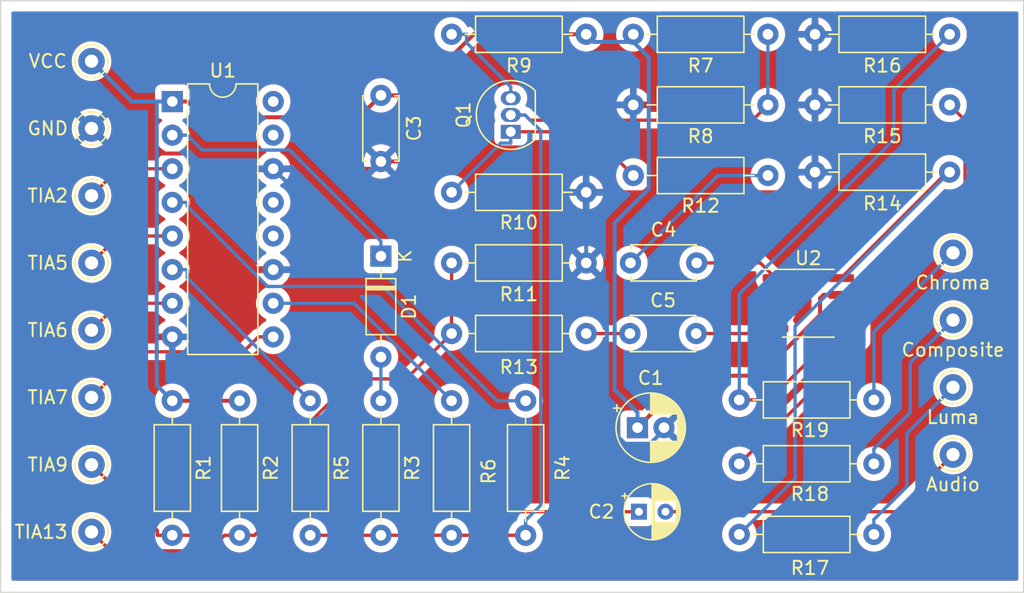
<source format=kicad_pcb>
(kicad_pcb (version 20221018) (generator pcbnew)
  (layers (0 "F.Cu" signal) (31 "B.Cu" signal) (34 "B.Paste" user) (35 "F.Paste" user) (36 "B.SilkS" user "B.Silkscreen") (37 "F.SilkS" user "F.Silkscreen") (38 "B.Mask" user) (39 "F.Mask" user) (44 "Edge.Cuts" user))
  (net 0 "")
  (net 1 "+5V")
  (net 2 "GND")
  (net 3 "Net-(C2-Pad1)")
  (net 4 "Net-(Audio1-Pad1)")
  (net 5 "Net-(C4-Pad1)")
  (net 6 "Net-(U2-YIN)")
  (net 7 "Net-(C5-Pad1)")
  (net 8 "Net-(U2-CIN)")
  (net 9 "Net-(D1-K)")
  (net 10 "Net-(D1-A)")
  (net 11 "Net-(Q1-E)")
  (net 12 "Net-(Q1-B)")
  (net 13 "Net-(Q1-C)")
  (net 14 "Net-(R1-Pad2)")
  (net 15 "Net-(R4-Pad1)")
  (net 16 "Net-(R5-Pad1)")
  (net 17 "Net-(R6-Pad1)")
  (net 18 "Net-(U2-YOUT)")
  (net 19 "Net-(U2-CVOUT)")
  (net 20 "Net-(U2-COUT)")
  (net 21 "Net-(Chroma1-Pad1)")
  (net 22 "Net-(Composite1-Pad1)")
  (net 23 "Net-(Luma1-Pad1)")
  (net 24 "Net-(TIA2-Pad1)")
  (net 28 "Net-(TIA5-Pad1)")
  (net 29 "Net-(TIA6-Pad1)")
  (net 30 "Net-(TIA7-Pad1)")
  (footprint "Resistor_THT:R_Axial_DIN0207_L6.3mm_D2.5mm_P10.16mm_Horizontal" (layer "F.Cu") (at 151.384 77.724 180)
    (fp_text reference "R9" (at 5.08 -2.37) (layer "F.SilkS"))
    (fp_text value "10")
    (pad "1" thru_hole circle (at 0 0 180) (size 1.6 1.6) (drill 0.8) (layers "*.Cu" "*.Mask") (net 1 "+5V"))
    (pad "2" thru_hole oval (at 10.16 0 180) (size 1.6 1.6) (drill 0.8) (layers "*.Cu" "*.Mask") (net 13 "Net-(Q1-C)"))
  )
  (footprint "Capacitor_THT:C_Disc_D4.7mm_W2.5mm_P5.00mm" (layer "F.Cu") (at 154.726 94.996)
    (fp_text reference "C4" (at 2.5 -2.5) (layer "F.SilkS"))
    (fp_text value ".1uF")
    (pad "1" thru_hole circle (at 0 0) (size 1.6 1.6) (drill 0.8) (layers "*.Cu" "*.Mask") (net 5 "Net-(C4-Pad1)"))
    (pad "2" thru_hole circle (at 5 0) (size 1.6 1.6) (drill 0.8) (layers "*.Cu" "*.Mask") (net 6 "Net-(U2-YIN)"))
  )
  (footprint "Connector_Pin:Pin_D1.0mm_L10.0mm" (layer "F.Cu") (at 114.046 115.316)
    (fp_text reference "TIA13" (at -3.81 0) (layer "F.SilkS"))
    (fp_text value "~")
    (pad "1" thru_hole circle (at 0 0) (size 2 2) (drill 1) (layers "*.Cu" "*.Mask") (net 3 "Net-(C2-Pad1)"))
  )
  (footprint "Connector_Pin:Pin_D1.0mm_L10.0mm" (layer "F.Cu") (at 179.07 94.234)
    (fp_text reference "Chroma" (at 0 2.25) (layer "F.SilkS"))
    (fp_text value "~")
    (pad "1" thru_hole circle (at 0 0) (size 2 2) (drill 1) (layers "*.Cu" "*.Mask") (net 21 "Net-(Chroma1-Pad1)"))
  )
  (footprint "Capacitor_THT:CP_Radial_D4.0mm_P2.00mm" (layer "F.Cu") (at 155.3644 113.792)
    (fp_text reference "C2" (at -2.826 0) (layer "F.SilkS"))
    (fp_text value "1uF")
    (pad "1" thru_hole rect (at 0 0) (size 1.2 1.2) (drill 0.6) (layers "*.Cu" "*.Mask") (net 3 "Net-(C2-Pad1)"))
    (pad "2" thru_hole circle (at 2 0) (size 1.2 1.2) (drill 0.6) (layers "*.Cu" "*.Mask") (net 4 "Net-(Audio1-Pad1)"))
  )
  (footprint "Resistor_THT:R_Axial_DIN0207_L6.3mm_D2.5mm_P10.16mm_Horizontal" (layer "F.Cu") (at 146.812 105.41 -90)
    (fp_text reference "R4" (at 5.08 -2.794 90) (layer "F.SilkS"))
    (fp_text value "18k")
    (pad "1" thru_hole circle (at 0 0 270) (size 1.6 1.6) (drill 0.8) (layers "*.Cu" "*.Mask") (net 15 "Net-(R4-Pad1)"))
    (pad "2" thru_hole oval (at 10.16 0 270) (size 1.6 1.6) (drill 0.8) (layers "*.Cu" "*.Mask") (net 12 "Net-(Q1-B)"))
  )
  (footprint "Package_TO_SOT_THT:TO-92_Inline" (layer "F.Cu") (at 145.69 85.09 90)
    (fp_text reference "Q1" (at 1.27 -3.56 90) (layer "F.SilkS"))
    (fp_text value "2N3904")
    (pad "1" thru_hole rect (at 0 0 90) (size 1.05 1.5) (drill 0.75) (layers "*.Cu" "*.Mask") (net 11 "Net-(Q1-E)"))
    (pad "2" thru_hole oval (at 1.27 0 90) (size 1.05 1.5) (drill 0.75) (layers "*.Cu" "*.Mask") (net 12 "Net-(Q1-B)"))
    (pad "3" thru_hole oval (at 2.54 0 90) (size 1.05 1.5) (drill 0.75) (layers "*.Cu" "*.Mask") (net 13 "Net-(Q1-C)"))
  )
  (footprint "Resistor_THT:R_Axial_DIN0207_L6.3mm_D2.5mm_P10.16mm_Horizontal" (layer "F.Cu") (at 162.941 115.505)
    (fp_text reference "R17" (at 5.334 2.54) (layer "F.SilkS"))
    (fp_text value "75")
    (pad "1" thru_hole circle (at 0 0) (size 1.6 1.6) (drill 0.8) (layers "*.Cu" "*.Mask") (net 18 "Net-(U2-YOUT)"))
    (pad "2" thru_hole oval (at 10.16 0) (size 1.6 1.6) (drill 0.8) (layers "*.Cu" "*.Mask") (net 23 "Net-(Luma1-Pad1)"))
  )
  (footprint "Resistor_THT:R_Axial_DIN0207_L6.3mm_D2.5mm_P10.16mm_Horizontal" (layer "F.Cu") (at 141.224 89.662)
    (fp_text reference "R10" (at 5.08 2.286) (layer "F.SilkS"))
    (fp_text value "75")
    (pad "1" thru_hole circle (at 0 0) (size 1.6 1.6) (drill 0.8) (layers "*.Cu" "*.Mask") (net 11 "Net-(Q1-E)"))
    (pad "2" thru_hole oval (at 10.16 0) (size 1.6 1.6) (drill 0.8) (layers "*.Cu" "*.Mask") (net 2 "GND"))
  )
  (footprint "Connector_Pin:Pin_D1.0mm_L10.0mm" (layer "F.Cu") (at 114.046 110.236)
    (fp_text reference "TIA9" (at -3.302 0) (layer "F.SilkS"))
    (fp_text value "~")
    (pad "1" thru_hole circle (at 0 0) (size 2 2) (drill 1) (layers "*.Cu" "*.Mask") (net 14 "Net-(R1-Pad2)"))
  )
  (footprint "Resistor_THT:R_Axial_DIN0207_L6.3mm_D2.5mm_P10.16mm_Horizontal" (layer "F.Cu") (at 151.384 94.996 180)
    (fp_text reference "R11" (at 5.08 -2.37) (layer "F.SilkS"))
    (fp_text value "75")
    (pad "1" thru_hole circle (at 0 0 180) (size 1.6 1.6) (drill 0.8) (layers "*.Cu" "*.Mask") (net 2 "GND"))
    (pad "2" thru_hole oval (at 10.16 0 180) (size 1.6 1.6) (drill 0.8) (layers "*.Cu" "*.Mask") (net 14 "Net-(R1-Pad2)"))
  )
  (footprint "Resistor_THT:R_Axial_DIN0207_L6.3mm_D2.5mm_P10.16mm_Horizontal" (layer "F.Cu") (at 120.142 105.41 -90)
    (fp_text reference "R1" (at 5.08 -2.37 90) (layer "F.SilkS"))
    (fp_text value "1k")
    (pad "1" thru_hole circle (at 0 0 270) (size 1.6 1.6) (drill 0.8) (layers "*.Cu" "*.Mask") (net 1 "+5V"))
    (pad "2" thru_hole oval (at 10.16 0 270) (size 1.6 1.6) (drill 0.8) (layers "*.Cu" "*.Mask") (net 14 "Net-(R1-Pad2)"))
  )
  (footprint "Resistor_THT:R_Axial_DIN0207_L6.3mm_D2.5mm_P10.16mm_Horizontal" (layer "F.Cu") (at 162.941 110.171)
    (fp_text reference "R18" (at 5.334 2.286) (layer "F.SilkS"))
    (fp_text value "75")
    (pad "1" thru_hole circle (at 0 0) (size 1.6 1.6) (drill 0.8) (layers "*.Cu" "*.Mask") (net 19 "Net-(U2-CVOUT)"))
    (pad "2" thru_hole oval (at 10.16 0) (size 1.6 1.6) (drill 0.8) (layers "*.Cu" "*.Mask") (net 22 "Net-(Composite1-Pad1)"))
  )
  (footprint "Resistor_THT:R_Axial_DIN0207_L6.3mm_D2.5mm_P10.16mm_Horizontal" (layer "F.Cu") (at 178.816 83.058 180)
    (fp_text reference "R15" (at 5.08 -2.37) (layer "F.SilkS"))
    (fp_text value "75")
    (pad "1" thru_hole circle (at 0 0 180) (size 1.6 1.6) (drill 0.8) (layers "*.Cu" "*.Mask") (net 19 "Net-(U2-CVOUT)"))
    (pad "2" thru_hole oval (at 10.16 0 180) (size 1.6 1.6) (drill 0.8) (layers "*.Cu" "*.Mask") (net 2 "GND"))
  )
  (footprint "Connector_Pin:Pin_D1.0mm_L10.0mm" (layer "F.Cu") (at 114.046 79.756)
    (fp_text reference "VCC" (at -3.302 0) (layer "F.SilkS"))
    (fp_text value "~")
    (pad "1" thru_hole circle (at 0 0) (size 2 2) (drill 1) (layers "*.Cu" "*.Mask") (net 1 "+5V"))
  )
  (footprint "Package_SO:SOIC-8_3.9x4.9mm_P1.27mm" (layer "F.Cu") (at 168.148 98.044)
    (fp_text reference "U2" (at 0 -3.4) (layer "F.SilkS"))
    (fp_text value "~")
    (pad "1" smd roundrect (at -2.475 -1.905) (size 1.95 0.6) (layers "F.Cu" "F.Paste" "F.Mask") (net 6 "Net-(U2-YIN)"))
    (pad "2" smd roundrect (at -2.475 -0.635) (size 1.95 0.6) (layers "F.Cu" "F.Paste" "F.Mask"))
    (pad "3" smd roundrect (at -2.475 0.635) (size 1.95 0.6) (layers "F.Cu" "F.Paste" "F.Mask") (net 2 "GND"))
    (pad "4" smd roundrect (at -2.475 1.905) (size 1.95 0.6) (layers "F.Cu" "F.Paste" "F.Mask") (net 8 "Net-(U2-CIN)"))
    (pad "5" smd roundrect (at 2.475 1.905) (size 1.95 0.6) (layers "F.Cu" "F.Paste" "F.Mask") (net 20 "Net-(U2-COUT)"))
    (pad "6" smd roundrect (at 2.475 0.635) (size 1.95 0.6) (layers "F.Cu" "F.Paste" "F.Mask") (net 19 "Net-(U2-CVOUT)"))
    (pad "7" smd roundrect (at 2.475 -0.635) (size 1.95 0.6) (layers "F.Cu" "F.Paste" "F.Mask") (net 1 "+5V"))
    (pad "8" smd roundrect (at 2.475 -1.905) (size 1.95 0.6) (layers "F.Cu" "F.Paste" "F.Mask") (net 18 "Net-(U2-YOUT)"))
  )
  (footprint "Capacitor_THT:C_Disc_D4.7mm_W2.5mm_P5.00mm" (layer "F.Cu") (at 154.686 100.33)
    (fp_text reference "C5" (at 2.5 -2.5) (layer "F.SilkS"))
    (fp_text value ".1uF")
    (pad "1" thru_hole circle (at 0 0) (size 1.6 1.6) (drill 0.8) (layers "*.Cu" "*.Mask") (net 7 "Net-(C5-Pad1)"))
    (pad "2" thru_hole circle (at 5 0) (size 1.6 1.6) (drill 0.8) (layers "*.Cu" "*.Mask") (net 8 "Net-(U2-CIN)"))
  )
  (footprint "Resistor_THT:R_Axial_DIN0207_L6.3mm_D2.5mm_P10.16mm_Horizontal" (layer "F.Cu") (at 162.941 105.345)
    (fp_text reference "R19" (at 5.334 2.286) (layer "F.SilkS"))
    (fp_text value "75")
    (pad "1" thru_hole circle (at 0 0) (size 1.6 1.6) (drill 0.8) (layers "*.Cu" "*.Mask") (net 20 "Net-(U2-COUT)"))
    (pad "2" thru_hole oval (at 10.16 0) (size 1.6 1.6) (drill 0.8) (layers "*.Cu" "*.Mask") (net 21 "Net-(Chroma1-Pad1)"))
  )
  (footprint "Capacitor_THT:CP_Radial_D5.0mm_P2.00mm" (layer "F.Cu") (at 155.2549 107.442)
    (fp_text reference "C1" (at 1 -3.75) (layer "F.SilkS"))
    (fp_text value "100uF")
    (pad "1" thru_hole rect (at 0 0) (size 1.6 1.6) (drill 0.8) (layers "*.Cu" "*.Mask") (net 1 "+5V"))
    (pad "2" thru_hole circle (at 2 0) (size 1.6 1.6) (drill 0.8) (layers "*.Cu" "*.Mask") (net 2 "GND"))
  )
  (footprint "Connector_Pin:Pin_D1.0mm_L10.0mm" (layer "F.Cu") (at 179.07 104.394)
    (fp_text reference "Luma" (at 0 2.25) (layer "F.SilkS"))
    (fp_text value "~")
    (pad "1" thru_hole circle (at 0 0) (size 2 2) (drill 1) (layers "*.Cu" "*.Mask") (net 23 "Net-(Luma1-Pad1)"))
  )
  (footprint "Resistor_THT:R_Axial_DIN0207_L6.3mm_D2.5mm_P10.16mm_Horizontal" (layer "F.Cu") (at 165.1 83.058 180)
    (fp_text reference "R8" (at 5.08 -2.37) (layer "F.SilkS"))
    (fp_text value "2k")
    (pad "1" thru_hole circle (at 0 0 180) (size 1.6 1.6) (drill 0.8) (layers "*.Cu" "*.Mask") (net 12 "Net-(Q1-B)"))
    (pad "2" thru_hole oval (at 10.16 0 180) (size 1.6 1.6) (drill 0.8) (layers "*.Cu" "*.Mask") (net 2 "GND"))
  )
  (footprint "Resistor_THT:R_Axial_DIN0207_L6.3mm_D2.5mm_P10.16mm_Horizontal" (layer "F.Cu") (at 154.94 88.392)
    (fp_text reference "R12" (at 5.08 2.286) (layer "F.SilkS"))
    (fp_text value "75")
    (pad "1" thru_hole circle (at 0 0) (size 1.6 1.6) (drill 0.8) (layers "*.Cu" "*.Mask") (net 11 "Net-(Q1-E)"))
    (pad "2" thru_hole oval (at 10.16 0) (size 1.6 1.6) (drill 0.8) (layers "*.Cu" "*.Mask") (net 5 "Net-(C4-Pad1)"))
  )
  (footprint "Diode_THT:D_DO-35_SOD27_P7.62mm_Horizontal" (layer "F.Cu") (at 135.89 94.488 -90)
    (fp_text reference "D1" (at 3.81 -2.12 90) (layer "F.SilkS"))
    (fp_text value "1N914")
    (fp_text user "K" (at 0 -1.8 90) (layer "F.SilkS"))
    (pad "1" thru_hole rect (at 0 0 270) (size 1.6 1.6) (drill 0.8) (layers "*.Cu" "*.Mask") (net 9 "Net-(D1-K)"))
    (pad "2" thru_hole oval (at 7.62 0 270) (size 1.6 1.6) (drill 0.8) (layers "*.Cu" "*.Mask") (net 10 "Net-(D1-A)"))
  )
  (footprint "Resistor_THT:R_Axial_DIN0207_L6.3mm_D2.5mm_P10.16mm_Horizontal" (layer "F.Cu") (at 141.224 105.41 -90)
    (fp_text reference "R6" (at 5.334 -2.794 90) (layer "F.SilkS"))
    (fp_text value "36k")
    (pad "1" thru_hole circle (at 0 0 270) (size 1.6 1.6) (drill 0.8) (layers "*.Cu" "*.Mask") (net 17 "Net-(R6-Pad1)"))
    (pad "2" thru_hole oval (at 10.16 0 270) (size 1.6 1.6) (drill 0.8) (layers "*.Cu" "*.Mask") (net 12 "Net-(Q1-B)"))
  )
  (footprint "Connector_Pin:Pin_D1.0mm_L10.0mm" (layer "F.Cu") (at 114.046 84.836)
    (fp_text reference "GND" (at -3.302 0) (layer "F.SilkS"))
    (fp_text value "~")
    (pad "1" thru_hole circle (at 0 0) (size 2 2) (drill 1) (layers "*.Cu" "*.Mask") (net 2 "GND"))
  )
  (footprint "Resistor_THT:R_Axial_DIN0207_L6.3mm_D2.5mm_P10.16mm_Horizontal" (layer "F.Cu") (at 141.224 100.33)
    (fp_text reference "R13" (at 5.08 2.54) (layer "F.SilkS"))
    (fp_text value "75")
    (pad "1" thru_hole circle (at 0 0) (size 1.6 1.6) (drill 0.8) (layers "*.Cu" "*.Mask") (net 14 "Net-(R1-Pad2)"))
    (pad "2" thru_hole oval (at 10.16 0) (size 1.6 1.6) (drill 0.8) (layers "*.Cu" "*.Mask") (net 7 "Net-(C5-Pad1)"))
  )
  (footprint "Capacitor_THT:C_Disc_D4.7mm_W2.5mm_P5.00mm" (layer "F.Cu") (at 135.89 82.336 -90)
    (fp_text reference "C3" (at 2.5 -2.5 90) (layer "F.SilkS"))
    (fp_text value "10uF")
    (pad "1" thru_hole circle (at 0 0 270) (size 1.6 1.6) (drill 0.8) (layers "*.Cu" "*.Mask") (net 1 "+5V"))
    (pad "2" thru_hole circle (at 5 0 270) (size 1.6 1.6) (drill 0.8) (layers "*.Cu" "*.Mask") (net 2 "GND"))
  )
  (footprint "Resistor_THT:R_Axial_DIN0207_L6.3mm_D2.5mm_P10.16mm_Horizontal" (layer "F.Cu") (at 178.816 77.724 180)
    (fp_text reference "R16" (at 5.08 -2.37) (layer "F.SilkS"))
    (fp_text value "75")
    (pad "1" thru_hole circle (at 0 0 180) (size 1.6 1.6) (drill 0.8) (layers "*.Cu" "*.Mask") (net 20 "Net-(U2-COUT)"))
    (pad "2" thru_hole oval (at 10.16 0 180) (size 1.6 1.6) (drill 0.8) (layers "*.Cu" "*.Mask") (net 2 "GND"))
  )
  (footprint "Resistor_THT:R_Axial_DIN0207_L6.3mm_D2.5mm_P10.16mm_Horizontal" (layer "F.Cu") (at 125.222 105.41 -90)
    (fp_text reference "R2" (at 5.08 -2.37 90) (layer "F.SilkS"))
    (fp_text value "1.8k")
    (pad "1" thru_hole circle (at 0 0 270) (size 1.6 1.6) (drill 0.8) (layers "*.Cu" "*.Mask") (net 1 "+5V"))
    (pad "2" thru_hole oval (at 10.16 0 270) (size 1.6 1.6) (drill 0.8) (layers "*.Cu" "*.Mask") (net 3 "Net-(C2-Pad1)"))
  )
  (footprint "Connector_Pin:Pin_D1.0mm_L10.0mm" (layer "F.Cu") (at 179.07 109.474)
    (fp_text reference "Audio" (at 0 2.25) (layer "F.SilkS"))
    (fp_text value "~")
    (pad "1" thru_hole circle (at 0 0) (size 2 2) (drill 1) (layers "*.Cu" "*.Mask") (net 4 "Net-(Audio1-Pad1)"))
  )
  (footprint "Connector_Pin:Pin_D1.0mm_L10.0mm" (layer "F.Cu") (at 179.07 99.314)
    (fp_text reference "Composite" (at 0 2.25) (layer "F.SilkS"))
    (fp_text value "~")
    (pad "1" thru_hole circle (at 0 0) (size 2 2) (drill 1) (layers "*.Cu" "*.Mask") (net 22 "Net-(Composite1-Pad1)"))
  )
  (footprint "Connector_Pin:Pin_D1.0mm_L10.0mm" (layer "F.Cu") (at 114.046 94.996)
    (fp_text reference "TIA5" (at -3.302 0) (layer "F.SilkS"))
    (fp_text value "~")
    (pad "1" thru_hole circle (at 0 0) (size 2 2) (drill 1) (layers "*.Cu" "*.Mask") (net 28 "Net-(TIA5-Pad1)"))
  )
  (footprint "Connector_Pin:Pin_D1.0mm_L10.0mm" (layer "F.Cu") (at 114.046 105.156)
    (fp_text reference "TIA7" (at -3.302 0) (layer "F.SilkS"))
    (fp_text value "~")
    (pad "1" thru_hole circle (at 0 0) (size 2 2) (drill 1) (layers "*.Cu" "*.Mask") (net 30 "Net-(TIA7-Pad1)"))
  )
  (footprint "Package_DIP:DIP-16_W7.62mm" (layer "F.Cu") (at 120.142 82.804)
    (fp_text reference "U1" (at 3.81 -2.33) (layer "F.SilkS"))
    (fp_text value "4050")
    (pad "1" thru_hole rect (at 0 0) (size 1.6 1.6) (drill 0.8) (layers "*.Cu" "*.Mask") (net 1 "+5V"))
    (pad "2" thru_hole oval (at 0 2.54) (size 1.6 1.6) (drill 0.8) (layers "*.Cu" "*.Mask") (net 9 "Net-(D1-K)"))
    (pad "3" thru_hole oval (at 0 5.08) (size 1.6 1.6) (drill 0.8) (layers "*.Cu" "*.Mask") (net 24 "Net-(TIA2-Pad1)"))
    (pad "4" thru_hole oval (at 0 7.62) (size 1.6 1.6) (drill 0.8) (layers "*.Cu" "*.Mask") (net 15 "Net-(R4-Pad1)"))
    (pad "5" thru_hole oval (at 0 10.16) (size 1.6 1.6) (drill 0.8) (layers "*.Cu" "*.Mask") (net 28 "Net-(TIA5-Pad1)"))
    (pad "6" thru_hole oval (at 0 12.7) (size 1.6 1.6) (drill 0.8) (layers "*.Cu" "*.Mask") (net 16 "Net-(R5-Pad1)"))
    (pad "7" thru_hole oval (at 0 15.24) (size 1.6 1.6) (drill 0.8) (layers "*.Cu" "*.Mask") (net 29 "Net-(TIA6-Pad1)"))
    (pad "8" thru_hole oval (at 0 17.78) (size 1.6 1.6) (drill 0.8) (layers "*.Cu" "*.Mask") (net 2 "GND"))
    (pad "9" thru_hole oval (at 7.62 17.78) (size 1.6 1.6) (drill 0.8) (layers "*.Cu" "*.Mask") (net 30 "Net-(TIA7-Pad1)"))
    (pad "10" thru_hole oval (at 7.62 15.24) (size 1.6 1.6) (drill 0.8) (layers "*.Cu" "*.Mask") (net 17 "Net-(R6-Pad1)"))
    (pad "11" thru_hole oval (at 7.62 12.7) (size 1.6 1.6) (drill 0.8) (layers "*.Cu" "*.Mask") (net 2 "GND"))
    (pad "12" thru_hole oval (at 7.62 10.16) (size 1.6 1.6) (drill 0.8) (layers "*.Cu" "*.Mask"))
    (pad "13" thru_hole oval (at 7.62 7.62) (size 1.6 1.6) (drill 0.8) (layers "*.Cu" "*.Mask"))
    (pad "14" thru_hole oval (at 7.62 5.08) (size 1.6 1.6) (drill 0.8) (layers "*.Cu" "*.Mask") (net 2 "GND"))
    (pad "15" thru_hole oval (at 7.62 2.54) (size 1.6 1.6) (drill 0.8) (layers "*.Cu" "*.Mask"))
    (pad "16" thru_hole oval (at 7.62 0) (size 1.6 1.6) (drill 0.8) (layers "*.Cu" "*.Mask"))
  )
  (footprint "Resistor_THT:R_Axial_DIN0207_L6.3mm_D2.5mm_P10.16mm_Horizontal" (layer "F.Cu") (at 165.1 77.724 180)
    (fp_text reference "R7" (at 5.08 -2.37) (layer "F.SilkS"))
    (fp_text value "1.6k")
    (pad "1" thru_hole circle (at 0 0 180) (size 1.6 1.6) (drill 0.8) (layers "*.Cu" "*.Mask") (net 12 "Net-(Q1-B)"))
    (pad "2" thru_hole oval (at 10.16 0 180) (size 1.6 1.6) (drill 0.8) (layers "*.Cu" "*.Mask") (net 1 "+5V"))
  )
  (footprint "Connector_Pin:Pin_D1.0mm_L10.0mm" (layer "F.Cu") (at 114.046 100.076)
    (fp_text reference "TIA6" (at -3.302 0) (layer "F.SilkS"))
    (fp_text value "~")
    (pad "1" thru_hole circle (at 0 0) (size 2 2) (drill 1) (layers "*.Cu" "*.Mask") (net 29 "Net-(TIA6-Pad1)"))
  )
  (footprint "Connector_Pin:Pin_D1.0mm_L10.0mm" (layer "F.Cu") (at 114.046 89.916)
    (fp_text reference "TIA2" (at -3.302 0) (layer "F.SilkS"))
    (fp_text value "~")
    (pad "1" thru_hole circle (at 0 0) (size 2 2) (drill 1) (layers "*.Cu" "*.Mask") (net 24 "Net-(TIA2-Pad1)"))
  )
  (footprint "Resistor_THT:R_Axial_DIN0207_L6.3mm_D2.5mm_P10.16mm_Horizontal" (layer "F.Cu") (at 178.816 88.138 180)
    (fp_text reference "R14" (at 5.08 -2.37) (layer "F.SilkS"))
    (fp_text value "75")
    (pad "1" thru_hole circle (at 0 0 180) (size 1.6 1.6) (drill 0.8) (layers "*.Cu" "*.Mask") (net 18 "Net-(U2-YOUT)"))
    (pad "2" thru_hole oval (at 10.16 0 180) (size 1.6 1.6) (drill 0.8) (layers "*.Cu" "*.Mask") (net 2 "GND"))
  )
  (footprint "Resistor_THT:R_Axial_DIN0207_L6.3mm_D2.5mm_P10.16mm_Horizontal" (layer "F.Cu") (at 135.89 105.41 -90)
    (fp_text reference "R3" (at 5.08 -2.37 90) (layer "F.SilkS"))
    (fp_text value "1.5k")
    (pad "1" thru_hole circle (at 0 0 270) (size 1.6 1.6) (drill 0.8) (layers "*.Cu" "*.Mask") (net 10 "Net-(D1-A)"))
    (pad "2" thru_hole oval (at 10.16 0 270) (size 1.6 1.6) (drill 0.8) (layers "*.Cu" "*.Mask") (net 12 "Net-(Q1-B)"))
  )
  (footprint "Resistor_THT:R_Axial_DIN0207_L6.3mm_D2.5mm_P10.16mm_Horizontal" (layer "F.Cu") (at 130.556 105.41 -90)
    (fp_text reference "R5" (at 5.08 -2.37 90) (layer "F.SilkS"))
    (fp_text value "9.1k")
    (pad "1" thru_hole circle (at 0 0 270) (size 1.6 1.6) (drill 0.8) (layers "*.Cu" "*.Mask") (net 16 "Net-(R5-Pad1)"))
    (pad "2" thru_hole oval (at 10.16 0 270) (size 1.6 1.6) (drill 0.8) (layers "*.Cu" "*.Mask") (net 12 "Net-(Q1-B)"))
  )
  (gr_rect locked (start 107.188 75.184) (end 184.404 119.888) (stroke (width 0.1)) (fill none) (layer "Edge.Cuts"))
  (segment (start 134.2314 83.9946) (end 135.89 82.336) (width 0.3) (layer "F.Cu") (net 1))
  (segment (start 135.89 82.336) (end 138.2872 82.336) (width 0.3) (layer "F.Cu") (net 1))
  (segment (start 169.291 97.409) (end 170.623 97.409) (width 0.3) (layer "F.Cu") (net 1))
  (segment (start 125.222 105.41) (end 120.142 105.41) (width 0.3) (layer "F.Cu") (net 1))
  (segment (start 164.4552 103.5148) (end 169.037 98.933) (width 0.3) (layer "F.Cu") (net 1))
  (segment (start 155.2549 107.442) (end 159.1821 103.5148) (width 0.3) (layer "F.Cu") (net 1))
  (segment (start 159.1821 103.5148) (end 164.4552 103.5148) (width 0.3) (layer "F.Cu") (net 1))
  (segment (start 120.142 82.804) (end 121.2939 82.804) (width 0.3) (layer "F.Cu") (net 1))
  (segment (start 169.037 97.663) (end 169.291 97.409) (width 0.3) (layer "F.Cu") (net 1))
  (segment (start 142.8992 77.724) (end 151.384 77.724) (width 0.3) (layer "F.Cu") (net 1))
  (segment (start 138.2872 82.336) (end 142.8992 77.724) (width 0.3) (layer "F.Cu") (net 1))
  (segment (start 122.4845 83.9946) (end 134.2314 83.9946) (width 0.3) (layer "F.Cu") (net 1))
  (segment (start 121.2939 82.804) (end 122.4845 83.9946) (width 0.3) (layer "F.Cu") (net 1))
  (segment (start 169.037 98.933) (end 169.037 97.663) (width 0.3) (layer "F.Cu") (net 1))
  (segment (start 118.9699 104.2379) (end 120.142 105.41) (width 0.3) (layer "B.Cu") (net 1))
  (segment (start 153.5341 104.5693) (end 153.5341 91.9815) (width 0.3) (layer "B.Cu") (net 1))
  (segment (start 154.94 77.724) (end 154.94 78.2999) (width 0.3) (layer "B.Cu") (net 1))
  (segment (start 156.1069 89.4087) (end 156.1069 79.4668) (width 0.3) (layer "B.Cu") (net 1))
  (segment (start 154.94 78.2999) (end 151.9599 78.2999) (width 0.3) (layer "B.Cu") (net 1))
  (segment (start 120.142 82.804) (end 118.9699 82.804) (width 0.3) (layer "B.Cu") (net 1))
  (segment (start 118.9699 82.804) (end 118.9699 104.2379) (width 0.3) (layer "B.Cu") (net 1))
  (segment (start 117.094 82.804) (end 114.046 79.756) (width 0.3) (layer "B.Cu") (net 1))
  (segment (start 155.2549 107.442) (end 155.2549 106.2901) (width 0.3) (layer "B.Cu") (net 1))
  (segment (start 118.9699 82.804) (end 117.094 82.804) (width 0.3) (layer "B.Cu") (net 1))
  (segment (start 156.1069 79.4668) (end 154.94 78.2999) (width 0.3) (layer "B.Cu") (net 1))
  (segment (start 153.5341 91.9815) (end 156.1069 89.4087) (width 0.3) (layer "B.Cu") (net 1))
  (segment (start 155.2549 106.2901) (end 153.5341 104.5693) (width 0.3) (layer "B.Cu") (net 1))
  (segment (start 151.9599 78.2999) (end 151.384 77.724) (width 0.3) (layer "B.Cu") (net 1))
  (segment (start 126.3739 95.504) (end 121.2939 100.584) (width 0.3) (layer "F.Cu") (net 2))
  (segment (start 126.6101 87.884) (end 125.4582 86.7321) (width 0.3) (layer "F.Cu") (net 2))
  (segment (start 167.0074 89.662) (end 167.513 90.1676) (width 0.3) (layer "F.Cu") (net 2))
  (segment (start 166.624 98.679) (end 165.673 98.679) (width 0.3) (layer "F.Cu") (net 2))
  (segment (start 127.762 87.884) (end 126.6101 87.884) (width 0.3) (layer "F.Cu") (net 2))
  (segment (start 167.0074 88.6347) (end 167.0074 89.662) (width 0.3) (layer "F.Cu") (net 2))
  (segment (start 147.9061 87.336) (end 150.2321 89.662) (width 0.3) (layer "F.Cu") (net 2))
  (segment (start 135.342 87.884) (end 135.89 87.336) (width 0.3) (layer "F.Cu") (net 2))
  (segment (start 167.0074 89.662) (end 151.384 89.662) (width 0.3) (layer "F.Cu") (net 2))
  (segment (start 127.762 87.884) (end 135.342 87.884) (width 0.3) (layer "F.Cu") (net 2))
  (segment (start 127.762 95.504) (end 126.3739 95.504) (width 0.3) (layer "F.Cu") (net 2))
  (segment (start 115.9421 86.7321) (end 114.046 84.836) (width 0.3) (layer "F.Cu") (net 2))
  (segment (start 151.384 89.662) (end 150.2321 89.662) (width 0.3) (layer "F.Cu") (net 2))
  (segment (start 167.513 97.79) (end 166.624 98.679) (width 0.3) (layer "F.Cu") (net 2))
  (segment (start 135.89 87.336) (end 147.9061 87.336) (width 0.3) (layer "F.Cu") (net 2))
  (segment (start 120.142 100.584) (end 121.2939 100.584) (width 0.3) (layer "F.Cu") (net 2))
  (segment (start 167.513 90.1676) (end 167.513 97.79) (width 0.3) (layer "F.Cu") (net 2))
  (segment (start 167.5041 88.138) (end 167.0074 88.6347) (width 0.3) (layer "F.Cu") (net 2))
  (segment (start 125.4582 86.7321) (end 115.9421 86.7321) (width 0.3) (layer "F.Cu") (net 2))
  (segment (start 168.656 88.138) (end 167.5041 88.138) (width 0.3) (layer "F.Cu") (net 2))
  (segment (start 151.384 94.996) (end 152.9511 96.5631) (width 0.3) (layer "B.Cu") (net 2))
  (segment (start 168.656 88.138) (end 168.656 83.058) (width 0.3) (layer "B.Cu") (net 2))
  (segment (start 154.3219 108.656) (end 156.2114 108.656) (width 0.3) (layer "B.Cu") (net 2))
  (segment (start 130.25 94.25745) (end 130.25 90.372) (width 0.3) (layer "B.Cu") (net 2))
  (segment (start 130.25 90.372) (end 127.762 87.884) (width 0.3) (layer "B.Cu") (net 2))
  (segment (start 127.762 95.504) (end 128.996 95.504) (width 0.3) (layer "B.Cu") (net 2))
  (segment (start 152.9511 96.5631) (end 152.9511 107.2852) (width 0.3) (layer "B.Cu") (net 2))
  (segment (start 151.384 94.996) (end 151.384 89.662) (width 0.3) (layer "B.Cu") (net 2))
  (segment (start 151.384 87.7659) (end 154.94 84.2099) (width 0.3) (layer "B.Cu") (net 2))
  (segment (start 151.384 89.662) (end 151.384 87.7659) (width 0.3) (layer "B.Cu") (net 2))
  (segment (start 130.15535 94.3521) (end 130.25 94.25745) (width 0.3) (layer "B.Cu") (net 2))
  (segment (start 154.94 83.058) (end 154.94 84.2099) (width 0.3) (layer "B.Cu") (net 2))
  (segment (start 157.2549 107.6125) (end 157.2549 107.442) (width 0.3) (layer "B.Cu") (net 2))
  (segment (start 168.656 83.058) (end 168.656 77.724) (width 0.3) (layer "B.Cu") (net 2))
  (segment (start 152.9511 107.2852) (end 154.3219 108.656) (width 0.3) (layer "B.Cu") (net 2))
  (segment (start 156.2114 108.656) (end 157.2549 107.6125) (width 0.3) (layer "B.Cu") (net 2))
  (segment (start 128.996 95.504) (end 130.1479 94.3521) (width 0.3) (layer "B.Cu") (net 2))
  (segment (start 125.222 115.57) (end 126.3489 115.57) (width 0.25) (layer "F.Cu") (net 3))
  (segment (start 115.4768 116.7468) (end 122.9183 116.7468) (width 0.25) (layer "F.Cu") (net 3))
  (segment (start 122.9183 116.7468) (end 124.0951 115.57) (width 0.25) (layer "F.Cu") (net 3))
  (segment (start 128.1269 113.792) (end 126.3489 115.57) (width 0.25) (layer "F.Cu") (net 3))
  (segment (start 155.3644 113.792) (end 128.1269 113.792) (width 0.25) (layer "F.Cu") (net 3))
  (segment (start 125.222 115.57) (end 124.0951 115.57) (width 0.25) (layer "F.Cu") (net 3))
  (segment (start 114.046 115.316) (end 115.4768 116.7468) (width 0.25) (layer "F.Cu") (net 3))
  (segment (start 174.752 113.792) (end 179.07 109.474) (width 0.25) (layer "F.Cu") (net 4))
  (segment (start 157.3644 113.792) (end 174.752 113.792) (width 0.25) (layer "F.Cu") (net 4))
  (segment (start 154.726 94.996) (end 161.33 88.392) (width 0.25) (layer "B.Cu") (net 5))
  (segment (start 161.33 88.392) (end 165.1 88.392) (width 0.25) (layer "B.Cu") (net 5))
  (segment (start 164.53 94.996) (end 159.726 94.996) (width 0.25) (layer "F.Cu") (net 6))
  (segment (start 165.673 96.139) (end 164.53 94.996) (width 0.25) (layer "F.Cu") (net 6))
  (segment (start 154.686 100.33) (end 151.384 100.33) (width 0.25) (layer "F.Cu") (net 7))
  (segment (start 165.673 99.949) (end 165.292 100.33) (width 0.25) (layer "F.Cu") (net 8))
  (segment (start 165.292 100.33) (end 159.686 100.33) (width 0.25) (layer "F.Cu") (net 8))
  (segment (start 135.89 94.488) (end 135.89 93.3611) (width 0.25) (layer "B.Cu") (net 9))
  (segment (start 128.9998 86.4709) (end 135.89 93.3611) (width 0.25) (layer "B.Cu") (net 9))
  (segment (start 120.142 85.344) (end 121.2689 85.344) (width 0.25) (layer "B.Cu") (net 9))
  (segment (start 122.3958 86.4709) (end 128.9998 86.4709) (width 0.25) (layer "B.Cu") (net 9))
  (segment (start 121.2689 85.344) (end 122.3958 86.4709) (width 0.25) (layer "B.Cu") (net 9))
  (segment (start 135.89 102.108) (end 135.89 105.41) (width 0.25) (layer "B.Cu") (net 10))
  (segment (start 151.638 85.09) (end 145.69 85.09) (width 0.25) (layer "F.Cu") (net 11))
  (segment (start 154.94 88.392) (end 151.638 85.09) (width 0.25) (layer "F.Cu") (net 11))
  (segment (start 145.69 85.9419) (end 144.9441 85.9419) (width 0.25) (layer "B.Cu") (net 11))
  (segment (start 144.9441 85.9419) (end 141.224 89.662) (width 0.25) (layer "B.Cu") (net 11))
  (segment (start 145.69 85.09) (end 145.69 85.9419) (width 0.25) (layer "B.Cu") (net 11))
  (segment (start 141.224 115.57) (end 146.812 115.57) (width 0.25) (layer "F.Cu") (net 12))
  (segment (start 145.69 83.82) (end 146.7669 83.82) (width 0.25) (layer "F.Cu") (net 12))
  (segment (start 135.89 115.57) (end 141.224 115.57) (width 0.25) (layer "F.Cu") (net 12))
  (segment (start 146.7669 83.82) (end 147.1605 84.2136) (width 0.25) (layer "F.Cu") (net 12))
  (segment (start 163.9444 84.2136) (end 165.1 83.058) (width 0.25) (layer "F.Cu") (net 12))
  (segment (start 147.1605 84.2136) (end 163.9444 84.2136) (width 0.25) (layer "F.Cu") (net 12))
  (segment (start 130.556 115.57) (end 135.89 115.57) (width 0.25) (layer "F.Cu") (net 12))
  (segment (start 147.9553 85.0084) (end 147.9553 113.2998) (width 0.25) (layer "B.Cu") (net 12))
  (segment (start 145.69 83.82) (end 146.7669 83.82) (width 0.25) (layer "B.Cu") (net 12))
  (segment (start 146.812 115.57) (end 146.812 114.4431) (width 0.25) (layer "B.Cu") (net 12))
  (segment (start 146.7669 83.82) (end 147.9553 85.0084) (width 0.25) (layer "B.Cu") (net 12))
  (segment (start 147.9553 113.2998) (end 146.812 114.4431) (width 0.25) (layer "B.Cu") (net 12))
  (segment (start 165.1 77.724) (end 165.1 83.058) (width 0.25) (layer "B.Cu") (net 12))
  (segment (start 142.3509 78.359) (end 142.3509 77.724) (width 0.25) (layer "B.Cu") (net 13))
  (segment (start 145.69 81.6981) (end 142.3509 78.359) (width 0.25) (layer "B.Cu") (net 13))
  (segment (start 141.224 77.724) (end 142.3509 77.724) (width 0.25) (layer "B.Cu") (net 13))
  (segment (start 145.69 82.55) (end 145.69 81.6981) (width 0.25) (layer "B.Cu") (net 13))
  (segment (start 141.224 100.33) (end 137.795 103.759) (width 0.25) (layer "F.Cu") (net 14))
  (segment (start 119.0151 115.2051) (end 119.0151 115.57) (width 0.25) (layer "F.Cu") (net 14))
  (segment (start 120.142 115.57) (end 119.0151 115.57) (width 0.25) (layer "F.Cu") (net 14))
  (segment (start 121.9897 115.57) (end 120.142 115.57) (width 0.25) (layer "F.Cu") (net 14))
  (segment (start 141.224 94.996) (end 141.224 100.33) (width 0.25) (layer "F.Cu") (net 14))
  (segment (start 114.046 110.236) (end 119.0151 115.2051) (width 0.25) (layer "F.Cu") (net 14))
  (segment (start 137.795 103.759) (end 133.8007 103.759) (width 0.25) (layer "F.Cu") (net 14))
  (segment (start 133.8007 103.759) (end 121.9897 115.57) (width 0.25) (layer "F.Cu") (net 14))
  (segment (start 121.2689 90.7057) (end 127.3372 96.774) (width 0.25) (layer "B.Cu") (net 15))
  (segment (start 127.3372 96.774) (end 136.0281 96.774) (width 0.25) (layer "B.Cu") (net 15))
  (segment (start 136.0281 96.774) (end 144.6641 105.41) (width 0.25) (layer "B.Cu") (net 15))
  (segment (start 144.6641 105.41) (end 146.812 105.41) (width 0.25) (layer "B.Cu") (net 15))
  (segment (start 120.142 90.424) (end 121.2689 90.424) (width 0.25) (layer "B.Cu") (net 15))
  (segment (start 121.2689 90.424) (end 121.2689 90.7057) (width 0.25) (layer "B.Cu") (net 15))
  (segment (start 121.2689 95.504) (end 121.2689 96.1229) (width 0.25) (layer "B.Cu") (net 16))
  (segment (start 121.2689 96.1229) (end 130.556 105.41) (width 0.25) (layer "B.Cu") (net 16))
  (segment (start 120.142 95.504) (end 121.2689 95.504) (width 0.25) (layer "B.Cu") (net 16))
  (segment (start 133.858 98.044) (end 141.224 105.41) (width 0.25) (layer "B.Cu") (net 17))
  (segment (start 127.762 98.044) (end 133.858 98.044) (width 0.25) (layer "B.Cu") (net 17))
  (segment (start 170.623 96.139) (end 178.624 88.138) (width 0.25) (layer "F.Cu") (net 18))
  (segment (start 178.624 88.138) (end 178.816 88.138) (width 0.25) (layer "F.Cu") (net 18))
  (segment (start 178.816 88.138) (end 167.1496 99.8044) (width 0.25) (layer "B.Cu") (net 18))
  (segment (start 167.1496 111.2964) (end 162.941 115.505) (width 0.25) (layer "B.Cu") (net 18))
  (segment (start 167.1496 99.8044) (end 167.1496 111.2964) (width 0.25) (layer "B.Cu") (net 18))
  (segment (start 171.1083 98.679) (end 171.323 98.679) (width 0.25) (layer "F.Cu") (net 19))
  (segment (start 178.816 83.058) (end 179.9783 84.2203) (width 0.25) (layer "F.Cu") (net 19))
  (segment (start 179.9783 84.2203) (end 179.9783 89.809) (width 0.25) (layer "F.Cu") (net 19))
  (segment (start 170.623 98.679) (end 171.1083 98.679) (width 0.25) (layer "F.Cu") (net 19))
  (segment (start 179.9783 89.809) (end 171.1083 98.679) (width 0.25) (layer "F.Cu") (net 19))
  (segment (start 171.323 98.679) (end 172.212 99.568) (width 0.25) (layer "F.Cu") (net 19))
  (segment (start 172.212 100.9) (end 162.941 110.171) (width 0.25) (layer "F.Cu") (net 19))
  (segment (start 172.212 99.568) (end 172.212 100.9) (width 0.25) (layer "F.Cu") (net 19))
  (segment (start 170.623 99.949) (end 165.227 105.345) (width 0.25) (layer "F.Cu") (net 20))
  (segment (start 165.227 105.345) (end 162.941 105.345) (width 0.25) (layer "F.Cu") (net 20))
  (segment (start 174.6074 81.9326) (end 178.816 77.724) (width 0.25) (layer "B.Cu") (net 20))
  (segment (start 174.6074 85.6751) (end 174.6074 81.9326) (width 0.25) (layer "B.Cu") (net 20))
  (segment (start 162.941 105.345) (end 162.941 97.3415) (width 0.25) (layer "B.Cu") (net 20))
  (segment (start 162.941 97.3415) (end 174.6074 85.6751) (width 0.25) (layer "B.Cu") (net 20))
  (segment (start 179.07 94.234) (end 173.101 100.203) (width 0.25) (layer "B.Cu") (net 21))
  (segment (start 173.101 100.203) (end 173.101 105.345) (width 0.25) (layer "B.Cu") (net 21))
  (segment (start 175.8407 102.5433) (end 175.8407 106.3044) (width 0.25) (layer "B.Cu") (net 22))
  (segment (start 179.07 99.314) (end 175.8407 102.5433) (width 0.25) (layer "B.Cu") (net 22))
  (segment (start 173.101 110.171) (end 173.101 109.0441) (width 0.25) (layer "B.Cu") (net 22))
  (segment (start 175.8407 106.3044) (end 173.101 109.0441) (width 0.25) (layer "B.Cu") (net 22))
  (segment (start 175.5938 111.8853) (end 173.101 114.3781) (width 0.25) (layer "B.Cu") (net 23))
  (segment (start 173.101 115.505) (end 173.101 114.3781) (width 0.25) (layer "B.Cu") (net 23))
  (segment (start 179.07 104.394) (end 175.5938 107.8702) (width 0.25) (layer "B.Cu") (net 23))
  (segment (start 175.5938 107.8702) (end 175.5938 111.8853) (width 0.25) (layer "B.Cu") (net 23))
  (segment (start 120.142 87.884) (end 116.078 87.884) (width 0.25) (layer "F.Cu") (net 24))
  (segment (start 116.078 87.884) (end 114.046 89.916) (width 0.25) (layer "F.Cu") (net 24))
  (segment (start 116.078 92.964) (end 114.046 94.996) (width 0.25) (layer "F.Cu") (net 28))
  (segment (start 120.142 92.964) (end 116.078 92.964) (width 0.25) (layer "F.Cu") (net 28))
  (segment (start 120.142 98.044) (end 116.078 98.044) (width 0.25) (layer "F.Cu") (net 29))
  (segment (start 116.078 98.044) (end 114.046 100.076) (width 0.25) (layer "F.Cu") (net 29))
  (segment (start 127.762 100.584) (end 126.6351 100.584) (width 0.25) (layer "F.Cu") (net 30))
  (segment (start 126.6351 100.584) (end 125.5082 101.7109) (width 0.25) (layer "F.Cu") (net 30))
  (segment (start 125.5082 101.7109) (end 117.4911 101.7109) (width 0.25) (layer "F.Cu") (net 30))
  (segment (start 117.4911 101.7109) (end 114.046 105.156) (width 0.25) (layer "F.Cu") (net 30))
  (zone (net 2) (net_name "GND") (layers "F&B.Cu") (connect_pads (clearance 0.5)) (min_thickness 0.25) (fill yes (thermal_gap 0.5) (thermal_bridge_width 0.5))
    (polygon (pts (xy 108 76) (xy 108 119) (xy 184 119) (xy 184 76)))
  )
)
</source>
